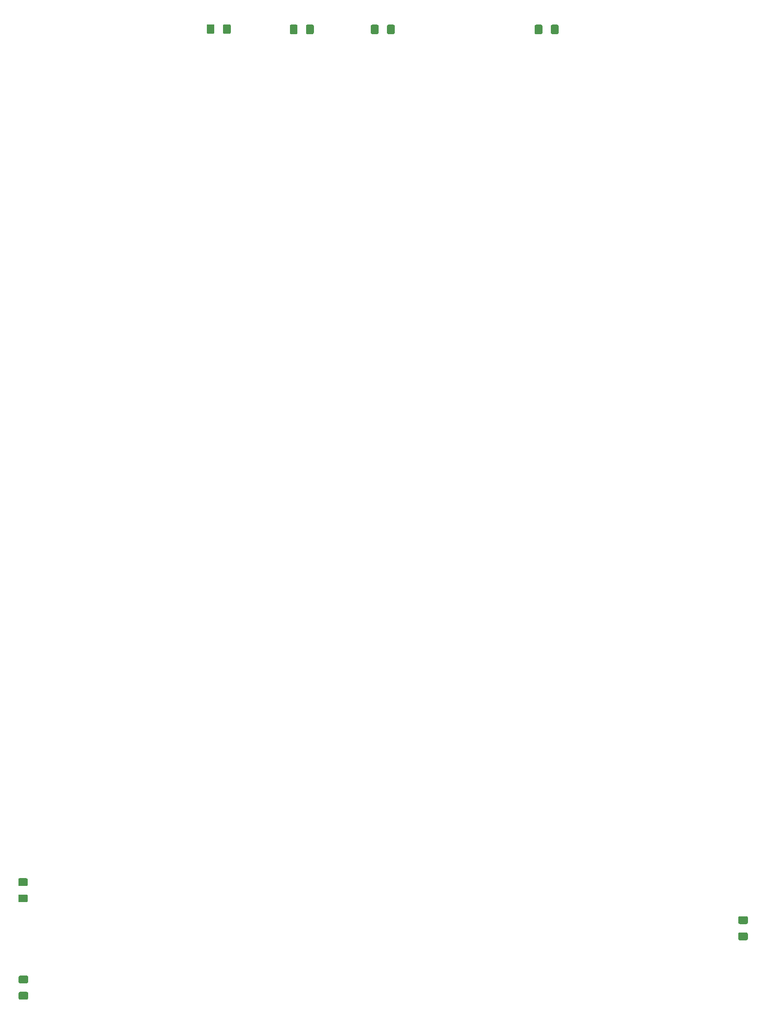
<source format=gtp>
G04 #@! TF.GenerationSoftware,KiCad,Pcbnew,(5.1.10)-1*
G04 #@! TF.CreationDate,2022-01-05T12:21:16+00:00*
G04 #@! TF.ProjectId,opena3xx-mcdu,6f70656e-6133-4787-982d-6d6364752e6b,0.1*
G04 #@! TF.SameCoordinates,Original*
G04 #@! TF.FileFunction,Paste,Top*
G04 #@! TF.FilePolarity,Positive*
%FSLAX46Y46*%
G04 Gerber Fmt 4.6, Leading zero omitted, Abs format (unit mm)*
G04 Created by KiCad (PCBNEW (5.1.10)-1) date 2022-01-05 12:21:16*
%MOMM*%
%LPD*%
G01*
G04 APERTURE LIST*
G04 APERTURE END LIST*
G36*
G01*
X39804000Y-204470000D02*
X38554000Y-204470000D01*
G75*
G02*
X38304000Y-204220000I0J250000D01*
G01*
X38304000Y-203295000D01*
G75*
G02*
X38554000Y-203045000I250000J0D01*
G01*
X39804000Y-203045000D01*
G75*
G02*
X40054000Y-203295000I0J-250000D01*
G01*
X40054000Y-204220000D01*
G75*
G02*
X39804000Y-204470000I-250000J0D01*
G01*
G37*
G36*
G01*
X39804000Y-207445000D02*
X38554000Y-207445000D01*
G75*
G02*
X38304000Y-207195000I0J250000D01*
G01*
X38304000Y-206270000D01*
G75*
G02*
X38554000Y-206020000I250000J0D01*
G01*
X39804000Y-206020000D01*
G75*
G02*
X40054000Y-206270000I0J-250000D01*
G01*
X40054000Y-207195000D01*
G75*
G02*
X39804000Y-207445000I-250000J0D01*
G01*
G37*
G36*
G01*
X171770000Y-193586000D02*
X170520000Y-193586000D01*
G75*
G02*
X170270000Y-193336000I0J250000D01*
G01*
X170270000Y-192411000D01*
G75*
G02*
X170520000Y-192161000I250000J0D01*
G01*
X171770000Y-192161000D01*
G75*
G02*
X172020000Y-192411000I0J-250000D01*
G01*
X172020000Y-193336000D01*
G75*
G02*
X171770000Y-193586000I-250000J0D01*
G01*
G37*
G36*
G01*
X171770000Y-196561000D02*
X170520000Y-196561000D01*
G75*
G02*
X170270000Y-196311000I0J250000D01*
G01*
X170270000Y-195386000D01*
G75*
G02*
X170520000Y-195136000I250000J0D01*
G01*
X171770000Y-195136000D01*
G75*
G02*
X172020000Y-195386000I0J-250000D01*
G01*
X172020000Y-196311000D01*
G75*
G02*
X171770000Y-196561000I-250000J0D01*
G01*
G37*
G36*
G01*
X39741000Y-186626000D02*
X38491000Y-186626000D01*
G75*
G02*
X38241000Y-186376000I0J250000D01*
G01*
X38241000Y-185451000D01*
G75*
G02*
X38491000Y-185201000I250000J0D01*
G01*
X39741000Y-185201000D01*
G75*
G02*
X39991000Y-185451000I0J-250000D01*
G01*
X39991000Y-186376000D01*
G75*
G02*
X39741000Y-186626000I-250000J0D01*
G01*
G37*
G36*
G01*
X39741000Y-189601000D02*
X38491000Y-189601000D01*
G75*
G02*
X38241000Y-189351000I0J250000D01*
G01*
X38241000Y-188426000D01*
G75*
G02*
X38491000Y-188176000I250000J0D01*
G01*
X39741000Y-188176000D01*
G75*
G02*
X39991000Y-188426000I0J-250000D01*
G01*
X39991000Y-189351000D01*
G75*
G02*
X39741000Y-189601000I-250000J0D01*
G01*
G37*
G36*
G01*
X105868000Y-30228700D02*
X105868000Y-28978700D01*
G75*
G02*
X106118000Y-28728700I250000J0D01*
G01*
X107043000Y-28728700D01*
G75*
G02*
X107293000Y-28978700I0J-250000D01*
G01*
X107293000Y-30228700D01*
G75*
G02*
X107043000Y-30478700I-250000J0D01*
G01*
X106118000Y-30478700D01*
G75*
G02*
X105868000Y-30228700I0J250000D01*
G01*
G37*
G36*
G01*
X102893000Y-30228700D02*
X102893000Y-28978700D01*
G75*
G02*
X103143000Y-28728700I250000J0D01*
G01*
X104068000Y-28728700D01*
G75*
G02*
X104318000Y-28978700I0J-250000D01*
G01*
X104318000Y-30228700D01*
G75*
G02*
X104068000Y-30478700I-250000J0D01*
G01*
X103143000Y-30478700D01*
G75*
G02*
X102893000Y-30228700I0J250000D01*
G01*
G37*
G36*
G01*
X91008000Y-30228700D02*
X91008000Y-28978700D01*
G75*
G02*
X91258000Y-28728700I250000J0D01*
G01*
X92183000Y-28728700D01*
G75*
G02*
X92433000Y-28978700I0J-250000D01*
G01*
X92433000Y-30228700D01*
G75*
G02*
X92183000Y-30478700I-250000J0D01*
G01*
X91258000Y-30478700D01*
G75*
G02*
X91008000Y-30228700I0J250000D01*
G01*
G37*
G36*
G01*
X88033000Y-30228700D02*
X88033000Y-28978700D01*
G75*
G02*
X88283000Y-28728700I250000J0D01*
G01*
X89208000Y-28728700D01*
G75*
G02*
X89458000Y-28978700I0J-250000D01*
G01*
X89458000Y-30228700D01*
G75*
G02*
X89208000Y-30478700I-250000J0D01*
G01*
X88283000Y-30478700D01*
G75*
G02*
X88033000Y-30228700I0J250000D01*
G01*
G37*
G36*
G01*
X135903000Y-30228700D02*
X135903000Y-28978700D01*
G75*
G02*
X136153000Y-28728700I250000J0D01*
G01*
X137078000Y-28728700D01*
G75*
G02*
X137328000Y-28978700I0J-250000D01*
G01*
X137328000Y-30228700D01*
G75*
G02*
X137078000Y-30478700I-250000J0D01*
G01*
X136153000Y-30478700D01*
G75*
G02*
X135903000Y-30228700I0J250000D01*
G01*
G37*
G36*
G01*
X132928000Y-30228700D02*
X132928000Y-28978700D01*
G75*
G02*
X133178000Y-28728700I250000J0D01*
G01*
X134103000Y-28728700D01*
G75*
G02*
X134353000Y-28978700I0J-250000D01*
G01*
X134353000Y-30228700D01*
G75*
G02*
X134103000Y-30478700I-250000J0D01*
G01*
X133178000Y-30478700D01*
G75*
G02*
X132928000Y-30228700I0J250000D01*
G01*
G37*
G36*
G01*
X75768000Y-30165200D02*
X75768000Y-28915200D01*
G75*
G02*
X76018000Y-28665200I250000J0D01*
G01*
X76943000Y-28665200D01*
G75*
G02*
X77193000Y-28915200I0J-250000D01*
G01*
X77193000Y-30165200D01*
G75*
G02*
X76943000Y-30415200I-250000J0D01*
G01*
X76018000Y-30415200D01*
G75*
G02*
X75768000Y-30165200I0J250000D01*
G01*
G37*
G36*
G01*
X72793000Y-30165200D02*
X72793000Y-28915200D01*
G75*
G02*
X73043000Y-28665200I250000J0D01*
G01*
X73968000Y-28665200D01*
G75*
G02*
X74218000Y-28915200I0J-250000D01*
G01*
X74218000Y-30165200D01*
G75*
G02*
X73968000Y-30415200I-250000J0D01*
G01*
X73043000Y-30415200D01*
G75*
G02*
X72793000Y-30165200I0J250000D01*
G01*
G37*
M02*

</source>
